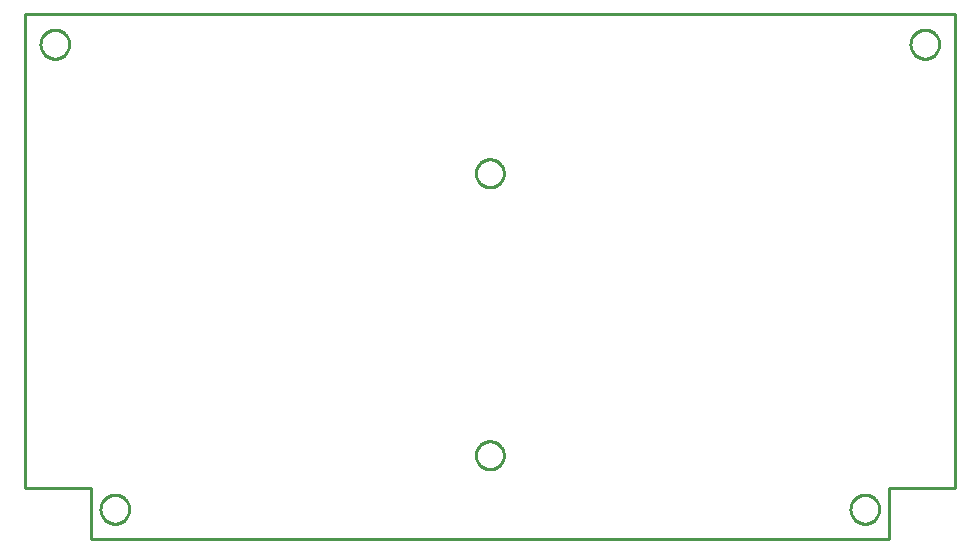
<source format=gbr>
G04 EAGLE Gerber X2 export*
%TF.Part,Single*%
%TF.FileFunction,Profile,NP*%
%TF.FilePolarity,Positive*%
%TF.GenerationSoftware,Autodesk,EAGLE,9.0.1*%
%TF.CreationDate,2020-01-09T19:49:54Z*%
G75*
%MOMM*%
%FSLAX34Y34*%
%LPD*%
%AMOC8*
5,1,8,0,0,1.08239X$1,22.5*%
G01*
%ADD10C,0.254000*%


D10*
X0Y43180D02*
X55880Y43180D01*
X55880Y0D01*
X731520Y0D01*
X731520Y43180D01*
X787400Y43180D01*
X787400Y444500D01*
X0Y444500D01*
X0Y43180D01*
X37592Y418621D02*
X37517Y417666D01*
X37367Y416720D01*
X37143Y415788D01*
X36847Y414877D01*
X36481Y413992D01*
X36046Y413138D01*
X35545Y412321D01*
X34982Y411546D01*
X34360Y410818D01*
X33682Y410140D01*
X32954Y409518D01*
X32179Y408955D01*
X31362Y408454D01*
X30508Y408019D01*
X29623Y407653D01*
X28712Y407357D01*
X27780Y407133D01*
X26834Y406983D01*
X25879Y406908D01*
X24921Y406908D01*
X23966Y406983D01*
X23020Y407133D01*
X22088Y407357D01*
X21177Y407653D01*
X20292Y408019D01*
X19438Y408454D01*
X18621Y408955D01*
X17846Y409518D01*
X17118Y410140D01*
X16440Y410818D01*
X15818Y411546D01*
X15255Y412321D01*
X14754Y413138D01*
X14319Y413992D01*
X13953Y414877D01*
X13657Y415788D01*
X13433Y416720D01*
X13283Y417666D01*
X13208Y418621D01*
X13208Y419579D01*
X13283Y420534D01*
X13433Y421480D01*
X13657Y422412D01*
X13953Y423323D01*
X14319Y424208D01*
X14754Y425062D01*
X15255Y425879D01*
X15818Y426654D01*
X16440Y427382D01*
X17118Y428060D01*
X17846Y428682D01*
X18621Y429245D01*
X19438Y429746D01*
X20292Y430181D01*
X21177Y430547D01*
X22088Y430843D01*
X23020Y431067D01*
X23966Y431217D01*
X24921Y431292D01*
X25879Y431292D01*
X26834Y431217D01*
X27780Y431067D01*
X28712Y430843D01*
X29623Y430547D01*
X30508Y430181D01*
X31362Y429746D01*
X32179Y429245D01*
X32954Y428682D01*
X33682Y428060D01*
X34360Y427382D01*
X34982Y426654D01*
X35545Y425879D01*
X36046Y425062D01*
X36481Y424208D01*
X36847Y423323D01*
X37143Y422412D01*
X37367Y421480D01*
X37517Y420534D01*
X37592Y419579D01*
X37592Y418621D01*
X88392Y24921D02*
X88317Y23966D01*
X88167Y23020D01*
X87943Y22088D01*
X87647Y21177D01*
X87281Y20292D01*
X86846Y19438D01*
X86345Y18621D01*
X85782Y17846D01*
X85160Y17118D01*
X84482Y16440D01*
X83754Y15818D01*
X82979Y15255D01*
X82162Y14754D01*
X81308Y14319D01*
X80423Y13953D01*
X79512Y13657D01*
X78580Y13433D01*
X77634Y13283D01*
X76679Y13208D01*
X75721Y13208D01*
X74766Y13283D01*
X73820Y13433D01*
X72888Y13657D01*
X71977Y13953D01*
X71092Y14319D01*
X70238Y14754D01*
X69421Y15255D01*
X68646Y15818D01*
X67918Y16440D01*
X67240Y17118D01*
X66618Y17846D01*
X66055Y18621D01*
X65554Y19438D01*
X65119Y20292D01*
X64753Y21177D01*
X64457Y22088D01*
X64233Y23020D01*
X64083Y23966D01*
X64008Y24921D01*
X64008Y25879D01*
X64083Y26834D01*
X64233Y27780D01*
X64457Y28712D01*
X64753Y29623D01*
X65119Y30508D01*
X65554Y31362D01*
X66055Y32179D01*
X66618Y32954D01*
X67240Y33682D01*
X67918Y34360D01*
X68646Y34982D01*
X69421Y35545D01*
X70238Y36046D01*
X71092Y36481D01*
X71977Y36847D01*
X72888Y37143D01*
X73820Y37367D01*
X74766Y37517D01*
X75721Y37592D01*
X76679Y37592D01*
X77634Y37517D01*
X78580Y37367D01*
X79512Y37143D01*
X80423Y36847D01*
X81308Y36481D01*
X82162Y36046D01*
X82979Y35545D01*
X83754Y34982D01*
X84482Y34360D01*
X85160Y33682D01*
X85782Y32954D01*
X86345Y32179D01*
X86846Y31362D01*
X87281Y30508D01*
X87647Y29623D01*
X87943Y28712D01*
X88167Y27780D01*
X88317Y26834D01*
X88392Y25879D01*
X88392Y24921D01*
X723392Y24921D02*
X723317Y23966D01*
X723167Y23020D01*
X722943Y22088D01*
X722647Y21177D01*
X722281Y20292D01*
X721846Y19438D01*
X721345Y18621D01*
X720782Y17846D01*
X720160Y17118D01*
X719482Y16440D01*
X718754Y15818D01*
X717979Y15255D01*
X717162Y14754D01*
X716308Y14319D01*
X715423Y13953D01*
X714512Y13657D01*
X713580Y13433D01*
X712634Y13283D01*
X711679Y13208D01*
X710721Y13208D01*
X709766Y13283D01*
X708820Y13433D01*
X707888Y13657D01*
X706977Y13953D01*
X706092Y14319D01*
X705238Y14754D01*
X704421Y15255D01*
X703646Y15818D01*
X702918Y16440D01*
X702240Y17118D01*
X701618Y17846D01*
X701055Y18621D01*
X700554Y19438D01*
X700119Y20292D01*
X699753Y21177D01*
X699457Y22088D01*
X699233Y23020D01*
X699083Y23966D01*
X699008Y24921D01*
X699008Y25879D01*
X699083Y26834D01*
X699233Y27780D01*
X699457Y28712D01*
X699753Y29623D01*
X700119Y30508D01*
X700554Y31362D01*
X701055Y32179D01*
X701618Y32954D01*
X702240Y33682D01*
X702918Y34360D01*
X703646Y34982D01*
X704421Y35545D01*
X705238Y36046D01*
X706092Y36481D01*
X706977Y36847D01*
X707888Y37143D01*
X708820Y37367D01*
X709766Y37517D01*
X710721Y37592D01*
X711679Y37592D01*
X712634Y37517D01*
X713580Y37367D01*
X714512Y37143D01*
X715423Y36847D01*
X716308Y36481D01*
X717162Y36046D01*
X717979Y35545D01*
X718754Y34982D01*
X719482Y34360D01*
X720160Y33682D01*
X720782Y32954D01*
X721345Y32179D01*
X721846Y31362D01*
X722281Y30508D01*
X722647Y29623D01*
X722943Y28712D01*
X723167Y27780D01*
X723317Y26834D01*
X723392Y25879D01*
X723392Y24921D01*
X774192Y418621D02*
X774117Y417666D01*
X773967Y416720D01*
X773743Y415788D01*
X773447Y414877D01*
X773081Y413992D01*
X772646Y413138D01*
X772145Y412321D01*
X771582Y411546D01*
X770960Y410818D01*
X770282Y410140D01*
X769554Y409518D01*
X768779Y408955D01*
X767962Y408454D01*
X767108Y408019D01*
X766223Y407653D01*
X765312Y407357D01*
X764380Y407133D01*
X763434Y406983D01*
X762479Y406908D01*
X761521Y406908D01*
X760566Y406983D01*
X759620Y407133D01*
X758688Y407357D01*
X757777Y407653D01*
X756892Y408019D01*
X756038Y408454D01*
X755221Y408955D01*
X754446Y409518D01*
X753718Y410140D01*
X753040Y410818D01*
X752418Y411546D01*
X751855Y412321D01*
X751354Y413138D01*
X750919Y413992D01*
X750553Y414877D01*
X750257Y415788D01*
X750033Y416720D01*
X749883Y417666D01*
X749808Y418621D01*
X749808Y419579D01*
X749883Y420534D01*
X750033Y421480D01*
X750257Y422412D01*
X750553Y423323D01*
X750919Y424208D01*
X751354Y425062D01*
X751855Y425879D01*
X752418Y426654D01*
X753040Y427382D01*
X753718Y428060D01*
X754446Y428682D01*
X755221Y429245D01*
X756038Y429746D01*
X756892Y430181D01*
X757777Y430547D01*
X758688Y430843D01*
X759620Y431067D01*
X760566Y431217D01*
X761521Y431292D01*
X762479Y431292D01*
X763434Y431217D01*
X764380Y431067D01*
X765312Y430843D01*
X766223Y430547D01*
X767108Y430181D01*
X767962Y429746D01*
X768779Y429245D01*
X769554Y428682D01*
X770282Y428060D01*
X770960Y427382D01*
X771582Y426654D01*
X772145Y425879D01*
X772646Y425062D01*
X773081Y424208D01*
X773447Y423323D01*
X773743Y422412D01*
X773967Y421480D01*
X774117Y420534D01*
X774192Y419579D01*
X774192Y418621D01*
X37592Y418621D02*
X37517Y417666D01*
X37367Y416720D01*
X37143Y415788D01*
X36847Y414877D01*
X36481Y413992D01*
X36046Y413138D01*
X35545Y412321D01*
X34982Y411546D01*
X34360Y410818D01*
X33682Y410140D01*
X32954Y409518D01*
X32179Y408955D01*
X31362Y408454D01*
X30508Y408019D01*
X29623Y407653D01*
X28712Y407357D01*
X27780Y407133D01*
X26834Y406983D01*
X25879Y406908D01*
X24921Y406908D01*
X23966Y406983D01*
X23020Y407133D01*
X22088Y407357D01*
X21177Y407653D01*
X20292Y408019D01*
X19438Y408454D01*
X18621Y408955D01*
X17846Y409518D01*
X17118Y410140D01*
X16440Y410818D01*
X15818Y411546D01*
X15255Y412321D01*
X14754Y413138D01*
X14319Y413992D01*
X13953Y414877D01*
X13657Y415788D01*
X13433Y416720D01*
X13283Y417666D01*
X13208Y418621D01*
X13208Y419579D01*
X13283Y420534D01*
X13433Y421480D01*
X13657Y422412D01*
X13953Y423323D01*
X14319Y424208D01*
X14754Y425062D01*
X15255Y425879D01*
X15818Y426654D01*
X16440Y427382D01*
X17118Y428060D01*
X17846Y428682D01*
X18621Y429245D01*
X19438Y429746D01*
X20292Y430181D01*
X21177Y430547D01*
X22088Y430843D01*
X23020Y431067D01*
X23966Y431217D01*
X24921Y431292D01*
X25879Y431292D01*
X26834Y431217D01*
X27780Y431067D01*
X28712Y430843D01*
X29623Y430547D01*
X30508Y430181D01*
X31362Y429746D01*
X32179Y429245D01*
X32954Y428682D01*
X33682Y428060D01*
X34360Y427382D01*
X34982Y426654D01*
X35545Y425879D01*
X36046Y425062D01*
X36481Y424208D01*
X36847Y423323D01*
X37143Y422412D01*
X37367Y421480D01*
X37517Y420534D01*
X37592Y419579D01*
X37592Y418621D01*
X88392Y24921D02*
X88317Y23966D01*
X88167Y23020D01*
X87943Y22088D01*
X87647Y21177D01*
X87281Y20292D01*
X86846Y19438D01*
X86345Y18621D01*
X85782Y17846D01*
X85160Y17118D01*
X84482Y16440D01*
X83754Y15818D01*
X82979Y15255D01*
X82162Y14754D01*
X81308Y14319D01*
X80423Y13953D01*
X79512Y13657D01*
X78580Y13433D01*
X77634Y13283D01*
X76679Y13208D01*
X75721Y13208D01*
X74766Y13283D01*
X73820Y13433D01*
X72888Y13657D01*
X71977Y13953D01*
X71092Y14319D01*
X70238Y14754D01*
X69421Y15255D01*
X68646Y15818D01*
X67918Y16440D01*
X67240Y17118D01*
X66618Y17846D01*
X66055Y18621D01*
X65554Y19438D01*
X65119Y20292D01*
X64753Y21177D01*
X64457Y22088D01*
X64233Y23020D01*
X64083Y23966D01*
X64008Y24921D01*
X64008Y25879D01*
X64083Y26834D01*
X64233Y27780D01*
X64457Y28712D01*
X64753Y29623D01*
X65119Y30508D01*
X65554Y31362D01*
X66055Y32179D01*
X66618Y32954D01*
X67240Y33682D01*
X67918Y34360D01*
X68646Y34982D01*
X69421Y35545D01*
X70238Y36046D01*
X71092Y36481D01*
X71977Y36847D01*
X72888Y37143D01*
X73820Y37367D01*
X74766Y37517D01*
X75721Y37592D01*
X76679Y37592D01*
X77634Y37517D01*
X78580Y37367D01*
X79512Y37143D01*
X80423Y36847D01*
X81308Y36481D01*
X82162Y36046D01*
X82979Y35545D01*
X83754Y34982D01*
X84482Y34360D01*
X85160Y33682D01*
X85782Y32954D01*
X86345Y32179D01*
X86846Y31362D01*
X87281Y30508D01*
X87647Y29623D01*
X87943Y28712D01*
X88167Y27780D01*
X88317Y26834D01*
X88392Y25879D01*
X88392Y24921D01*
X723392Y24921D02*
X723317Y23966D01*
X723167Y23020D01*
X722943Y22088D01*
X722647Y21177D01*
X722281Y20292D01*
X721846Y19438D01*
X721345Y18621D01*
X720782Y17846D01*
X720160Y17118D01*
X719482Y16440D01*
X718754Y15818D01*
X717979Y15255D01*
X717162Y14754D01*
X716308Y14319D01*
X715423Y13953D01*
X714512Y13657D01*
X713580Y13433D01*
X712634Y13283D01*
X711679Y13208D01*
X710721Y13208D01*
X709766Y13283D01*
X708820Y13433D01*
X707888Y13657D01*
X706977Y13953D01*
X706092Y14319D01*
X705238Y14754D01*
X704421Y15255D01*
X703646Y15818D01*
X702918Y16440D01*
X702240Y17118D01*
X701618Y17846D01*
X701055Y18621D01*
X700554Y19438D01*
X700119Y20292D01*
X699753Y21177D01*
X699457Y22088D01*
X699233Y23020D01*
X699083Y23966D01*
X699008Y24921D01*
X699008Y25879D01*
X699083Y26834D01*
X699233Y27780D01*
X699457Y28712D01*
X699753Y29623D01*
X700119Y30508D01*
X700554Y31362D01*
X701055Y32179D01*
X701618Y32954D01*
X702240Y33682D01*
X702918Y34360D01*
X703646Y34982D01*
X704421Y35545D01*
X705238Y36046D01*
X706092Y36481D01*
X706977Y36847D01*
X707888Y37143D01*
X708820Y37367D01*
X709766Y37517D01*
X710721Y37592D01*
X711679Y37592D01*
X712634Y37517D01*
X713580Y37367D01*
X714512Y37143D01*
X715423Y36847D01*
X716308Y36481D01*
X717162Y36046D01*
X717979Y35545D01*
X718754Y34982D01*
X719482Y34360D01*
X720160Y33682D01*
X720782Y32954D01*
X721345Y32179D01*
X721846Y31362D01*
X722281Y30508D01*
X722647Y29623D01*
X722943Y28712D01*
X723167Y27780D01*
X723317Y26834D01*
X723392Y25879D01*
X723392Y24921D01*
X774192Y418621D02*
X774117Y417666D01*
X773967Y416720D01*
X773743Y415788D01*
X773447Y414877D01*
X773081Y413992D01*
X772646Y413138D01*
X772145Y412321D01*
X771582Y411546D01*
X770960Y410818D01*
X770282Y410140D01*
X769554Y409518D01*
X768779Y408955D01*
X767962Y408454D01*
X767108Y408019D01*
X766223Y407653D01*
X765312Y407357D01*
X764380Y407133D01*
X763434Y406983D01*
X762479Y406908D01*
X761521Y406908D01*
X760566Y406983D01*
X759620Y407133D01*
X758688Y407357D01*
X757777Y407653D01*
X756892Y408019D01*
X756038Y408454D01*
X755221Y408955D01*
X754446Y409518D01*
X753718Y410140D01*
X753040Y410818D01*
X752418Y411546D01*
X751855Y412321D01*
X751354Y413138D01*
X750919Y413992D01*
X750553Y414877D01*
X750257Y415788D01*
X750033Y416720D01*
X749883Y417666D01*
X749808Y418621D01*
X749808Y419579D01*
X749883Y420534D01*
X750033Y421480D01*
X750257Y422412D01*
X750553Y423323D01*
X750919Y424208D01*
X751354Y425062D01*
X751855Y425879D01*
X752418Y426654D01*
X753040Y427382D01*
X753718Y428060D01*
X754446Y428682D01*
X755221Y429245D01*
X756038Y429746D01*
X756892Y430181D01*
X757777Y430547D01*
X758688Y430843D01*
X759620Y431067D01*
X760566Y431217D01*
X761521Y431292D01*
X762479Y431292D01*
X763434Y431217D01*
X764380Y431067D01*
X765312Y430843D01*
X766223Y430547D01*
X767108Y430181D01*
X767962Y429746D01*
X768779Y429245D01*
X769554Y428682D01*
X770282Y428060D01*
X770960Y427382D01*
X771582Y426654D01*
X772145Y425879D01*
X772646Y425062D01*
X773081Y424208D01*
X773447Y423323D01*
X773743Y422412D01*
X773967Y421480D01*
X774117Y420534D01*
X774192Y419579D01*
X774192Y418621D01*
X405511Y70656D02*
X405438Y69731D01*
X405293Y68814D01*
X405076Y67912D01*
X404790Y67029D01*
X404434Y66171D01*
X404013Y65344D01*
X403528Y64553D01*
X402983Y63802D01*
X402380Y63097D01*
X401724Y62440D01*
X401018Y61837D01*
X400267Y61292D01*
X399476Y60807D01*
X398649Y60386D01*
X397791Y60030D01*
X396908Y59744D01*
X396006Y59527D01*
X395089Y59382D01*
X394164Y59309D01*
X393236Y59309D01*
X392311Y59382D01*
X391394Y59527D01*
X390492Y59744D01*
X389609Y60030D01*
X388751Y60386D01*
X387924Y60807D01*
X387133Y61292D01*
X386382Y61837D01*
X385677Y62440D01*
X385020Y63097D01*
X384417Y63802D01*
X383872Y64553D01*
X383387Y65344D01*
X382966Y66171D01*
X382610Y67029D01*
X382324Y67912D01*
X382107Y68814D01*
X381962Y69731D01*
X381889Y70656D01*
X381889Y71584D01*
X381962Y72509D01*
X382107Y73426D01*
X382324Y74328D01*
X382610Y75211D01*
X382966Y76069D01*
X383387Y76896D01*
X383872Y77687D01*
X384417Y78438D01*
X385020Y79144D01*
X385677Y79800D01*
X386382Y80403D01*
X387133Y80948D01*
X387924Y81433D01*
X388751Y81854D01*
X389609Y82210D01*
X390492Y82496D01*
X391394Y82713D01*
X392311Y82858D01*
X393236Y82931D01*
X394164Y82931D01*
X395089Y82858D01*
X396006Y82713D01*
X396908Y82496D01*
X397791Y82210D01*
X398649Y81854D01*
X399476Y81433D01*
X400267Y80948D01*
X401018Y80403D01*
X401724Y79800D01*
X402380Y79144D01*
X402983Y78438D01*
X403528Y77687D01*
X404013Y76896D01*
X404434Y76069D01*
X404790Y75211D01*
X405076Y74328D01*
X405293Y73426D01*
X405438Y72509D01*
X405511Y71584D01*
X405511Y70656D01*
X405511Y309416D02*
X405438Y308491D01*
X405293Y307574D01*
X405076Y306672D01*
X404790Y305789D01*
X404434Y304931D01*
X404013Y304104D01*
X403528Y303313D01*
X402983Y302562D01*
X402380Y301857D01*
X401724Y301200D01*
X401018Y300597D01*
X400267Y300052D01*
X399476Y299567D01*
X398649Y299146D01*
X397791Y298790D01*
X396908Y298504D01*
X396006Y298287D01*
X395089Y298142D01*
X394164Y298069D01*
X393236Y298069D01*
X392311Y298142D01*
X391394Y298287D01*
X390492Y298504D01*
X389609Y298790D01*
X388751Y299146D01*
X387924Y299567D01*
X387133Y300052D01*
X386382Y300597D01*
X385677Y301200D01*
X385020Y301857D01*
X384417Y302562D01*
X383872Y303313D01*
X383387Y304104D01*
X382966Y304931D01*
X382610Y305789D01*
X382324Y306672D01*
X382107Y307574D01*
X381962Y308491D01*
X381889Y309416D01*
X381889Y310344D01*
X381962Y311269D01*
X382107Y312186D01*
X382324Y313088D01*
X382610Y313971D01*
X382966Y314829D01*
X383387Y315656D01*
X383872Y316447D01*
X384417Y317198D01*
X385020Y317904D01*
X385677Y318560D01*
X386382Y319163D01*
X387133Y319708D01*
X387924Y320193D01*
X388751Y320614D01*
X389609Y320970D01*
X390492Y321256D01*
X391394Y321473D01*
X392311Y321618D01*
X393236Y321691D01*
X394164Y321691D01*
X395089Y321618D01*
X396006Y321473D01*
X396908Y321256D01*
X397791Y320970D01*
X398649Y320614D01*
X399476Y320193D01*
X400267Y319708D01*
X401018Y319163D01*
X401724Y318560D01*
X402380Y317904D01*
X402983Y317198D01*
X403528Y316447D01*
X404013Y315656D01*
X404434Y314829D01*
X404790Y313971D01*
X405076Y313088D01*
X405293Y312186D01*
X405438Y311269D01*
X405511Y310344D01*
X405511Y309416D01*
M02*

</source>
